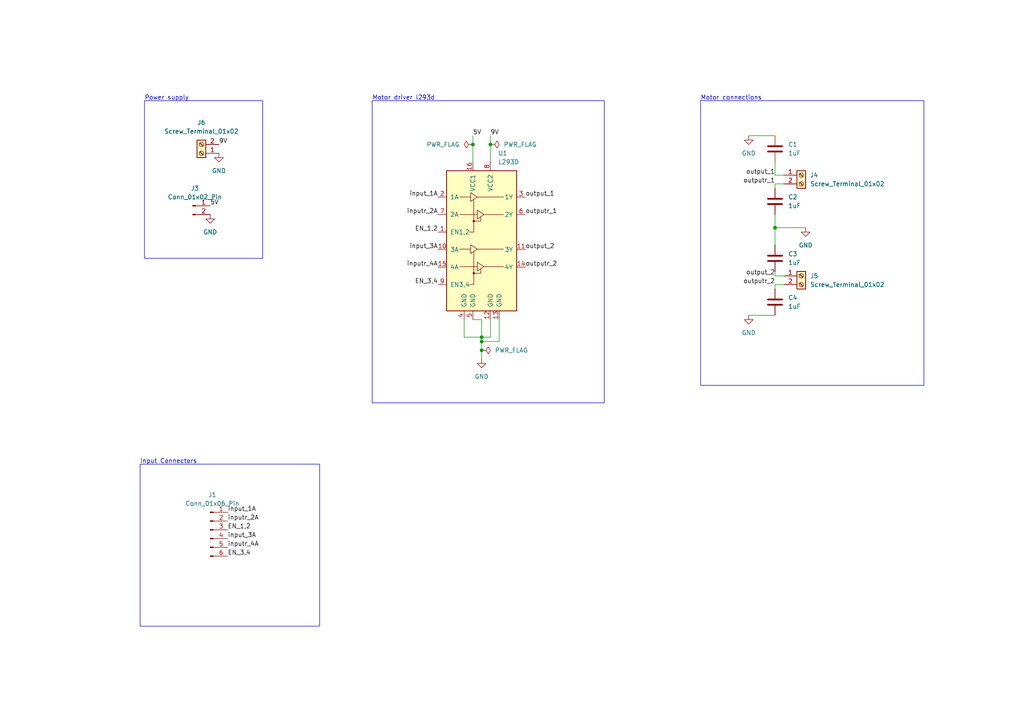
<source format=kicad_sch>
(kicad_sch (version 20230121) (generator eeschema)
  (paper "A4")
  (title_block (title "Motor Driver") (date "2024-08-20") (rev "v1.0") (company "R.K hobbyist"))
  (lib_symbols
    (symbol "Connector:Conn_01x02_Pin" (pin_names (offset 1.016) hide)
      (property "Reference" "J" (at 0 2.54 0))
      (property "Value" "Conn_01x02_Pin" (at 0 -5.08 0))
      (symbol "Conn_01x02_Pin_1_1"
        (polyline (pts (xy 1.27 -2.54) (xy 0.8636 -2.54)) (stroke (width 0.1524)))
        (polyline (pts (xy 1.27 0) (xy 0.8636 0)) (stroke (width 0.1524)))
        (rectangle (start 0.8636 -2.413) (end 0 -2.667) (stroke (width 0.1524)) (fill (type outline)))
        (rectangle (start 0.8636 0.127) (end 0 -0.127) (stroke (width 0.1524)) (fill (type outline)))
        (pin passive line (at 5.08 0 180) (length 3.81) (name "Pin_1") (number "1"))
        (pin passive line (at 5.08 -2.54 180) (length 3.81) (name "Pin_2") (number "2"))
      )
    )
    (symbol "Connector:Conn_01x06_Pin" (pin_names (offset 1.016) hide)
      (property "Reference" "J" (at 0 7.62 0))
      (property "Value" "Conn_01x06_Pin" (at 0 -10.16 0))
      (symbol "Conn_01x06_Pin_1_1"
        (polyline (pts (xy 1.27 -7.62) (xy 0.8636 -7.62)) (stroke (width 0.1524)))
        (polyline (pts (xy 1.27 -5.08) (xy 0.8636 -5.08)) (stroke (width 0.1524)))
        (polyline (pts (xy 1.27 -2.54) (xy 0.8636 -2.54)) (stroke (width 0.1524)))
        (polyline (pts (xy 1.27 0) (xy 0.8636 0)) (stroke (width 0.1524)))
        (polyline (pts (xy 1.27 2.54) (xy 0.8636 2.54)) (stroke (width 0.1524)))
        (polyline (pts (xy 1.27 5.08) (xy 0.8636 5.08)) (stroke (width 0.1524)))
        (rectangle (start 0.8636 -7.493) (end 0 -7.747) (stroke (width 0.1524)) (fill (type outline)))
        (rectangle (start 0.8636 -4.953) (end 0 -5.207) (stroke (width 0.1524)) (fill (type outline)))
        (rectangle (start 0.8636 -2.413) (end 0 -2.667) (stroke (width 0.1524)) (fill (type outline)))
        (rectangle (start 0.8636 0.127) (end 0 -0.127) (stroke (width 0.1524)) (fill (type outline)))
        (rectangle (start 0.8636 2.667) (end 0 2.413) (stroke (width 0.1524)) (fill (type outline)))
        (rectangle (start 0.8636 5.207) (end 0 4.953) (stroke (width 0.1524)) (fill (type outline)))
        (pin passive line (at 5.08 5.08 180) (length 3.81) (name "Pin_1") (number "1"))
        (pin passive line (at 5.08 2.54 180) (length 3.81) (name "Pin_2") (number "2"))
        (pin passive line (at 5.08 0 180) (length 3.81) (name "Pin_3") (number "3"))
        (pin passive line (at 5.08 -2.54 180) (length 3.81) (name "Pin_4") (number "4"))
        (pin passive line (at 5.08 -5.08 180) (length 3.81) (name "Pin_5") (number "5"))
        (pin passive line (at 5.08 -7.62 180) (length 3.81) (name "Pin_6") (number "6"))
      )
    )
    (symbol "Connector:Screw_Terminal_01x02" (pin_names (offset 1.016) hide)
      (property "Reference" "J" (at 0 2.54 0))
      (property "Value" "Screw_Terminal_01x02" (at 0 -5.08 0))
      (symbol "Screw_Terminal_01x02_1_1"
        (rectangle (start -1.27 1.27) (end 1.27 -3.81) (stroke (width 0.254)) (fill (type background)))
        (circle (center 0 -2.54) (radius 0.635) (stroke (width 0.1524)))
        (polyline (pts (xy -0.5334 -2.2098) (xy 0.3302 -3.048)) (stroke (width 0.1524)))
        (polyline (pts (xy -0.5334 0.3302) (xy 0.3302 -0.508)) (stroke (width 0.1524)))
        (polyline (pts (xy -0.3556 -2.032) (xy 0.508 -2.8702)) (stroke (width 0.1524)))
        (polyline (pts (xy -0.3556 0.508) (xy 0.508 -0.3302)) (stroke (width 0.1524)))
        (circle (center 0 0) (radius 0.635) (stroke (width 0.1524)))
        (pin passive line (at -5.08 0 0) (length 3.81) (name "Pin_1") (number "1"))
        (pin passive line (at -5.08 -2.54 0) (length 3.81) (name "Pin_2") (number "2"))
      )
    )
    (symbol "Device:C" (pin_numbers hide) (pin_names (offset 0.254))
      (property "Reference" "C" (at 0.635 2.54 0))
      (property "Value" "C" (at 0.635 -2.54 0))
      (symbol "C_0_1"
        (polyline (pts (xy -2.032 -0.762) (xy 2.032 -0.762)) (stroke (width 0.508)))
        (polyline (pts (xy -2.032 0.762) (xy 2.032 0.762)) (stroke (width 0.508)))
      )
      (symbol "C_1_1"
        (pin passive line (at 0 3.81 270) (length 2.794) (name "~") (number "1"))
        (pin passive line (at 0 -3.81 90) (length 2.794) (name "~") (number "2"))
      )
    )
    (symbol "Driver_Motor:L293D" (pin_names (offset 1.016))
      (property "Reference" "U" (at -5.08 26.035 0))
      (property "Value" "L293D" (at -5.08 24.13 0))
      (symbol "L293D_0_1"
        (rectangle (start -10.16 22.86) (end 10.16 -17.78) (stroke (width 0.254)) (fill (type background)))
        (circle (center -2.286 -6.858) (radius 0.254) (fill (type outline)))
        (circle (center -2.286 8.255) (radius 0.254) (fill (type outline)))
        (polyline (pts (xy -6.35 -4.953) (xy -1.27 -4.953)))
        (polyline (pts (xy -6.35 0.127) (xy -3.175 0.127)))
        (polyline (pts (xy -6.35 10.16) (xy -1.27 10.16)))
        (polyline (pts (xy -6.35 15.24) (xy -3.175 15.24)))
        (polyline (pts (xy -1.27 0.127) (xy 6.35 0.127)))
        (polyline (pts (xy -1.27 15.24) (xy 6.35 15.24)))
        (polyline (pts (xy 0.635 -4.953) (xy 6.35 -4.953)))
        (polyline (pts (xy 0.635 10.16) (xy 6.35 10.16)))
        (polyline (pts (xy -2.286 -6.858) (xy -0.254 -6.858) (xy -0.254 -5.588)))
        (polyline (pts (xy -2.286 -0.635) (xy -2.286 -10.16) (xy -3.556 -10.16)))
        (polyline (pts (xy -2.286 8.255) (xy -0.254 8.255) (xy -0.254 9.525)))
        (polyline (pts (xy -2.286 14.478) (xy -2.286 5.08) (xy -3.556 5.08)))
        (polyline (pts (xy -3.175 1.397) (xy -3.175 -1.143) (xy -1.27 0.127) (xy -3.175 1.397)))
        (polyline (pts (xy -3.175 16.51) (xy -3.175 13.97) (xy -1.27 15.24) (xy -3.175 16.51)))
        (polyline (pts (xy -1.27 -3.683) (xy -1.27 -6.223) (xy 0.635 -4.953) (xy -1.27 -3.683)))
        (polyline (pts (xy -1.27 11.43) (xy -1.27 8.89) (xy 0.635 10.16) (xy -1.27 11.43)))
      )
      (symbol "L293D_1_1"
        (pin input line (at -12.7 5.08 0) (length 2.54) (name "EN1,2") (number "1"))
        (pin input line (at -12.7 0 0) (length 2.54) (name "3A") (number "10"))
        (pin output line (at 12.7 0 180) (length 2.54) (name "3Y") (number "11"))
        (pin power_in line (at 2.54 -20.32 90) (length 2.54) (name "GND") (number "12"))
        (pin power_in line (at 5.08 -20.32 90) (length 2.54) (name "GND") (number "13"))
        (pin output line (at 12.7 -5.08 180) (length 2.54) (name "4Y") (number "14"))
        (pin input line (at -12.7 -5.08 0) (length 2.54) (name "4A") (number "15"))
        (pin power_in line (at -2.54 25.4 270) (length 2.54) (name "VCC1") (number "16"))
        (pin input line (at -12.7 15.24 0) (length 2.54) (name "1A") (number "2"))
        (pin output line (at 12.7 15.24 180) (length 2.54) (name "1Y") (number "3"))
        (pin power_in line (at -5.08 -20.32 90) (length 2.54) (name "GND") (number "4"))
        (pin power_in line (at -2.54 -20.32 90) (length 2.54) (name "GND") (number "5"))
        (pin output line (at 12.7 10.16 180) (length 2.54) (name "2Y") (number "6"))
        (pin input line (at -12.7 10.16 0) (length 2.54) (name "2A") (number "7"))
        (pin power_in line (at 2.54 25.4 270) (length 2.54) (name "VCC2") (number "8"))
        (pin input line (at -12.7 -10.16 0) (length 2.54) (name "EN3,4") (number "9"))
      )
    )
    (symbol "power:GND" (power) (pin_names (offset 0))
      (property "Value" "GND" (at 0 -3.81 0))
      (symbol "GND_0_1"
        (polyline (pts (xy 0 0) (xy 0 -1.27) (xy 1.27 -1.27) (xy 0 -2.54) (xy -1.27 -1.27) (xy 0 -1.27)))
      )
      (symbol "GND_1_1"
        (pin power_in line (at 0 0 270) (length 0) hide (name "GND") (number "1"))
      )
    )
    (symbol "power:PWR_FLAG" (power) (pin_numbers hide) (pin_names (offset 0) hide)
      (property "Value" "PWR_FLAG" (at 0 3.81 0))
      (symbol "PWR_FLAG_0_0"
        (pin power_out line (at 0 0 90) (length 0) (name "pwr") (number "1"))
      )
      (symbol "PWR_FLAG_0_1"
        (polyline (pts (xy 0 0) (xy 0 1.27) (xy -1.016 1.905) (xy 0 2.54) (xy 1.016 1.905) (xy 0 1.27)))
      )
    )
  )
  (junction (at 139.7 99.06))
  (junction (at 142.24 41.91))
  (junction (at 224.79 66.04))
  (junction (at 137.16 41.91))
  (junction (at 139.7 101.6))
  (junction (at 139.7 97.79))
  (wire (pts (xy 134.62 92.71) (xy 134.62 97.79)))
  (wire (pts (xy 134.62 97.79) (xy 139.7 97.79)))
  (wire (pts (xy 142.24 97.79) (xy 139.7 97.79)))
  (wire (pts (xy 224.79 46.99) (xy 224.79 50.8)))
  (wire (pts (xy 139.7 97.79) (xy 139.7 99.06)))
  (wire (pts (xy 142.24 92.71) (xy 142.24 97.79)))
  (wire (pts (xy 224.79 78.74) (xy 224.79 80.01)))
  (wire (pts (xy 142.24 41.91) (xy 142.24 46.99)))
  (wire (pts (xy 224.79 82.55) (xy 227.33 82.55)))
  (wire (pts (xy 139.7 99.06) (xy 139.7 101.6)))
  (wire (pts (xy 224.79 66.04) (xy 224.79 71.12)))
  (wire (pts (xy 144.78 92.71) (xy 144.78 99.06)))
  (wire (pts (xy 224.79 80.01) (xy 227.33 80.01)))
  (wire (pts (xy 137.16 92.71) (xy 139.7 92.71)))
  (wire (pts (xy 224.79 66.04) (xy 233.68 66.04)))
  (wire (pts (xy 139.7 104.14) (xy 139.7 101.6)))
  (wire (pts (xy 224.79 50.8) (xy 227.33 50.8)))
  (wire (pts (xy 224.79 53.34) (xy 227.33 53.34)))
  (wire (pts (xy 142.24 39.37) (xy 142.24 41.91)))
  (wire (pts (xy 137.16 41.91) (xy 137.16 46.99)))
  (wire (pts (xy 217.17 39.37) (xy 224.79 39.37)))
  (wire (pts (xy 224.79 54.61) (xy 224.79 53.34)))
  (wire (pts (xy 224.79 83.82) (xy 224.79 82.55)))
  (wire (pts (xy 139.7 92.71) (xy 139.7 97.79)))
  (wire (pts (xy 137.16 39.37) (xy 137.16 41.91)))
  (wire (pts (xy 144.78 99.06) (xy 139.7 99.06)))
  (wire (pts (xy 217.17 91.44) (xy 224.79 91.44)))
  (wire (pts (xy 224.79 62.23) (xy 224.79 66.04)))
  (rectangle (start 203.2 29.21) (end 267.97 111.76))
  (rectangle (start 41.91 29.21) (end 76.2 74.93))
  (rectangle (start 107.95 29.21) (end 175.26 116.84))
  (rectangle (start 40.64 134.62) (end 92.71 181.61))
  (text "Power supply" (at 41.91 29.21 0) (effects (font (size 1.27 1.27)) (justify left bottom)))
  (text "Input Connectors" (at 40.64 134.62 0) (effects (font (size 1.27 1.27)) (justify left bottom)))
  (text "Motor driver l293d" (at 107.95 29.21 0) (effects (font (size 1.27 1.27)) (justify left bottom)))
  (text "Motor connections" (at 203.2 29.21 0) (effects (font (size 1.27 1.27)) (justify left bottom)))
  (label "5V" (at 137.16 39.37 0))
  (label "input_1A" (at 127 57.15 180))
  (label "input_3A" (at 127 72.39 180))
  (label "input_3A" (at 66.04 156.21 0))
  (label "output_2" (at 224.79 80.01 180))
  (label "output_1" (at 152.4 57.15 0))
  (label "5V" (at 60.96 59.69 0))
  (label "inputr_4A" (at 127 77.47 180))
  (label "outputr_2" (at 152.4 77.47 0))
  (label "inputr_2A" (at 66.04 151.13 0))
  (label "EN_3,4" (at 127 82.55 180))
  (label "EN_3,4" (at 66.04 161.29 0))
  (label "input_1A" (at 66.04 148.59 0))
  (label "inputr_4A" (at 66.04 158.75 0))
  (label "9V" (at 63.5 41.91 0))
  (label "inputr_2A" (at 127 62.23 180))
  (label "outputr_1" (at 152.4 62.23 0))
  (label "outputr_1" (at 224.79 53.34 180))
  (label "outputr_2" (at 224.79 82.55 180))
  (label "EN_1,2" (at 127 67.31 180))
  (label "output_2" (at 152.4 72.39 0))
  (label "EN_1,2" (at 66.04 153.67 0))
  (label "output_1" (at 224.79 50.8 180))
  (label "9V" (at 142.24 39.37 0))
  (symbol (lib_id "Device:C") (at 224.79 87.63 0) (unit 1)
    (property "Reference" "C4" (at 228.6 86.36 0) (effects (justify left)))
    (property "Value" "1uF" (at 228.6 88.9 0) (effects (justify left)))
  )
  (symbol (lib_id "power:PWR_FLAG") (at 142.24 41.91 270) (unit 1)
    (property "Reference" "#FLG02" (effects hide))
    (property "Value" "PWR_FLAG" (at 146.05 41.91 90) (effects (justify left)))
  )
  (symbol (lib_id "Connector:Screw_Terminal_01x02") (at 232.41 50.8 0) (unit 1)
    (property "Reference" "J4" (at 234.95 50.8 0) (effects (justify left)))
    (property "Value" "Screw_Terminal_01x02" (at 234.95 53.34 0) (effects (justify left)))
  )
  (symbol (lib_id "power:GND") (at 63.5 44.45 0) (unit 1)
    (property "Reference" "#PWR03" (effects hide))
    (property "Value" "GND" (at 63.5 49.53 0))
  )
  (symbol (lib_id "power:PWR_FLAG") (at 139.7 101.6 270) (unit 1)
    (property "Reference" "#FLG03" (effects hide))
    (property "Value" "PWR_FLAG" (at 143.51 101.6 90) (effects (justify left)))
  )
  (symbol (lib_id "Connector:Conn_01x06_Pin") (at 60.96 153.67 0) (unit 1)
    (property "Reference" "J1" (at 61.595 143.51 0))
    (property "Value" "Conn_01x06_Pin" (at 61.595 146.05 0))
  )
  (symbol (lib_id "Connector:Conn_01x02_Pin") (at 55.88 59.69 0) (unit 1)
    (property "Reference" "J3" (at 56.515 54.61 0))
    (property "Value" "Conn_01x02_Pin" (at 56.515 57.15 0))
  )
  (symbol (lib_id "Device:C") (at 224.79 43.18 0) (unit 1)
    (property "Reference" "C1" (at 228.6 41.91 0) (effects (justify left)))
    (property "Value" "1uF" (at 228.6 44.45 0) (effects (justify left)))
  )
  (symbol (lib_id "power:PWR_FLAG") (at 137.16 41.91 90) (unit 1)
    (property "Reference" "#FLG01" (effects hide))
    (property "Value" "PWR_FLAG" (at 133.35 41.91 90) (effects (justify left)))
  )
  (symbol (lib_id "power:GND") (at 217.17 39.37 0) (unit 1)
    (property "Reference" "#PWR05" (effects hide))
    (property "Value" "GND" (at 217.17 44.45 0))
  )
  (symbol (lib_id "Connector:Screw_Terminal_01x02") (at 58.42 44.45 180) (unit 1)
    (property "Reference" "J6" (at 58.42 35.56 0))
    (property "Value" "Screw_Terminal_01x02" (at 58.42 38.1 0))
  )
  (symbol (lib_id "Device:C") (at 224.79 58.42 0) (unit 1)
    (property "Reference" "C2" (at 228.6 57.15 0) (effects (justify left)))
    (property "Value" "1uF" (at 228.6 59.69 0) (effects (justify left)))
  )
  (symbol (lib_id "Connector:Screw_Terminal_01x02") (at 232.41 80.01 0) (unit 1)
    (property "Reference" "J5" (at 234.95 80.01 0) (effects (justify left)))
    (property "Value" "Screw_Terminal_01x02" (at 234.95 82.55 0) (effects (justify left)))
  )
  (symbol (lib_id "power:GND") (at 60.96 62.23 0) (unit 1)
    (property "Reference" "#PWR02" (effects hide))
    (property "Value" "GND" (at 60.96 67.31 0))
  )
  (symbol (lib_id "Device:C") (at 224.79 74.93 0) (unit 1)
    (property "Reference" "C3" (at 228.6 73.66 0) (effects (justify left)))
    (property "Value" "1uF" (at 228.6 76.2 0) (effects (justify left)))
  )
  (symbol (lib_id "power:GND") (at 233.68 66.04 0) (unit 1)
    (property "Reference" "#PWR04" (effects hide))
    (property "Value" "GND" (at 233.68 71.12 0))
  )
  (symbol (lib_id "Driver_Motor:L293D") (at 139.7 72.39 0) (unit 1)
    (property "Reference" "U1" (at 144.4341 44.45 0) (effects (justify left)))
    (property "Value" "L293D" (at 144.4341 46.99 0) (effects (justify left)))
    (property "Footprint" "Package_DIP:DIP-16_W7.62mm" (effects hide))
    (property "Datasheet" "http://www.ti.com/lit/ds/symlink/l293.pdf" (effects hide))
  )
  (symbol (lib_id "power:GND") (at 139.7 104.14 0) (unit 1)
    (property "Reference" "#PWR01" (effects hide))
    (property "Value" "GND" (at 139.7 109.22 0))
  )
  (symbol (lib_id "power:GND") (at 217.17 91.44 0) (unit 1)
    (property "Reference" "#PWR06" (effects hide))
    (property "Value" "GND" (at 217.17 96.52 0))
  )
)
</source>
